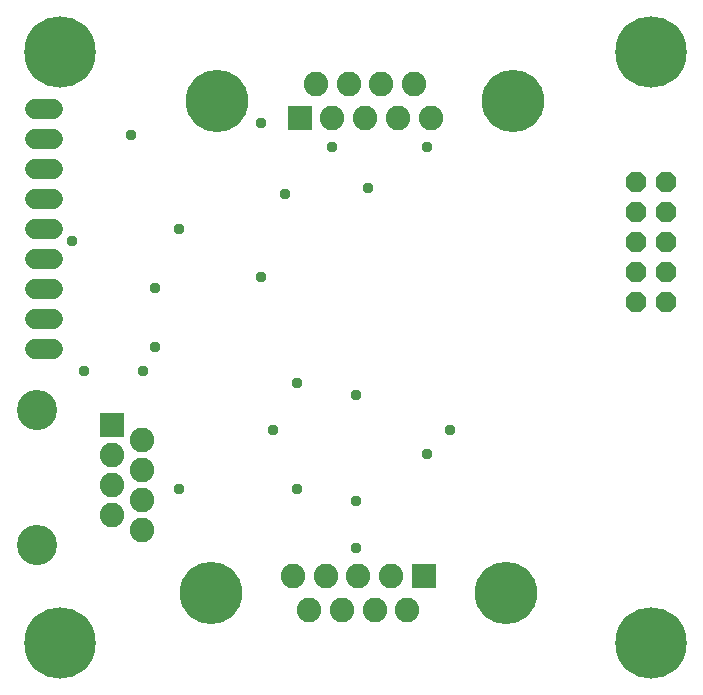
<source format=gbr>
G04 EAGLE Gerber RS-274X export*
G75*
%MOMM*%
%FSLAX34Y34*%
%LPD*%
%INSoldermask Bottom*%
%IPPOS*%
%AMOC8*
5,1,8,0,0,1.08239X$1,22.5*%
G01*
%ADD10C,6.045200*%
%ADD11R,2.082800X2.082800*%
%ADD12C,2.082800*%
%ADD13C,5.283200*%
%ADD14P,1.869504X8X292.500000*%
%ADD15C,3.403200*%
%ADD16C,1.727200*%
%ADD17C,0.959600*%


D10*
X50000Y-550000D03*
X50000Y-50000D03*
X550000Y-550000D03*
X550000Y-50000D03*
D11*
X357500Y-493900D03*
D12*
X329800Y-493900D03*
X302100Y-493900D03*
X274400Y-493900D03*
X246700Y-493900D03*
X343600Y-522300D03*
X315900Y-522300D03*
X288300Y-522300D03*
X260600Y-522300D03*
D13*
X427100Y-508100D03*
X177100Y-508100D03*
D11*
X252500Y-105600D03*
D12*
X280200Y-105600D03*
X307900Y-105600D03*
X335600Y-105600D03*
X363300Y-105600D03*
X266400Y-77200D03*
X294100Y-77200D03*
X321700Y-77200D03*
X349400Y-77200D03*
D13*
X182900Y-91400D03*
X432900Y-91400D03*
D14*
X537300Y-160200D03*
X562700Y-160200D03*
X537300Y-185600D03*
X562700Y-185600D03*
X537300Y-211000D03*
X562700Y-211000D03*
X537300Y-236400D03*
X562700Y-236400D03*
X537300Y-261800D03*
X562700Y-261800D03*
D12*
X118900Y-454450D03*
X93500Y-441750D03*
X118900Y-429050D03*
X118900Y-403650D03*
X118900Y-378250D03*
X93500Y-416350D03*
X93500Y-390950D03*
D11*
X93500Y-365550D03*
D15*
X30000Y-352850D03*
X30000Y-467150D03*
D16*
X28380Y-98100D02*
X43620Y-98100D01*
X43620Y-123500D02*
X28380Y-123500D01*
X28380Y-148900D02*
X43620Y-148900D01*
X43620Y-174300D02*
X28380Y-174300D01*
X28380Y-199700D02*
X43620Y-199700D01*
X43620Y-225100D02*
X28380Y-225100D01*
X28380Y-250500D02*
X43620Y-250500D01*
X43620Y-275900D02*
X28380Y-275900D01*
X28380Y-301300D02*
X43620Y-301300D01*
D17*
X110000Y-120000D03*
X360000Y-390000D03*
X130000Y-300000D03*
X310000Y-165300D03*
X300000Y-340000D03*
X230000Y-370000D03*
X220000Y-240000D03*
X300000Y-470000D03*
X250000Y-330000D03*
X220000Y-110000D03*
X150000Y-200000D03*
X280000Y-130000D03*
X300000Y-430000D03*
X130000Y-250000D03*
X250000Y-420000D03*
X380000Y-370000D03*
X150000Y-420000D03*
X120000Y-320000D03*
X70000Y-320000D03*
X60000Y-210000D03*
X360000Y-130000D03*
X240000Y-170000D03*
M02*

</source>
